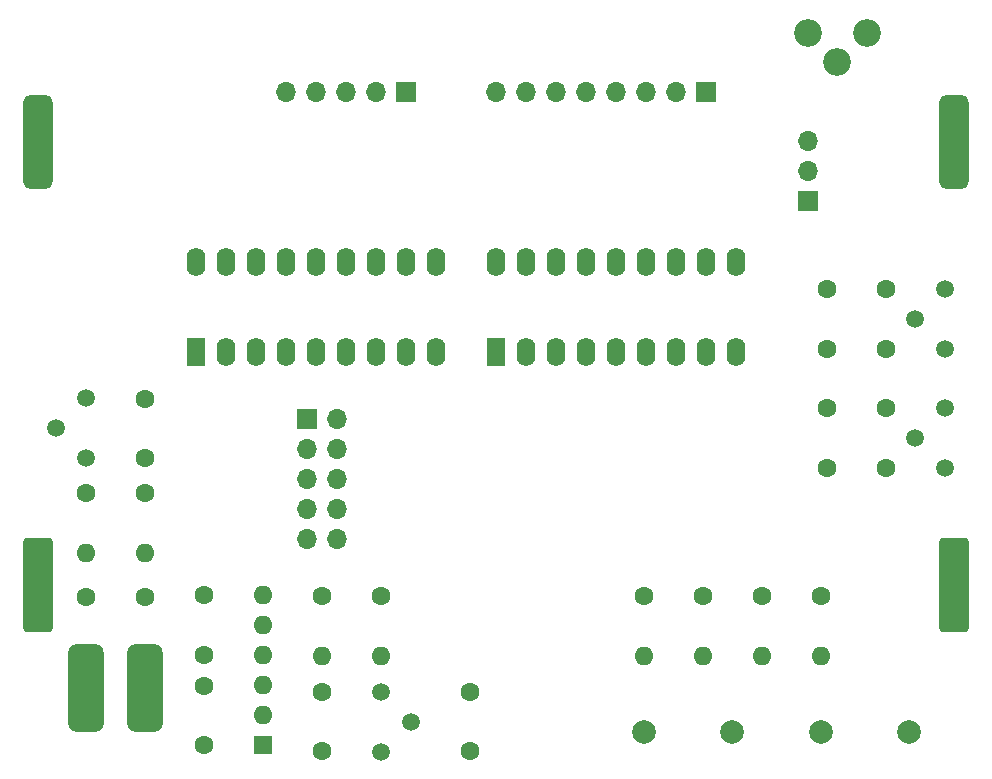
<source format=gbs>
G04 #@! TF.GenerationSoftware,KiCad,Pcbnew,(6.0.10)*
G04 #@! TF.CreationDate,2023-06-17T10:05:04+02:00*
G04 #@! TF.ProjectId,Zaehler-Modul,5a616568-6c65-4722-9d4d-6f64756c2e6b,rev?*
G04 #@! TF.SameCoordinates,Original*
G04 #@! TF.FileFunction,Soldermask,Bot*
G04 #@! TF.FilePolarity,Negative*
%FSLAX46Y46*%
G04 Gerber Fmt 4.6, Leading zero omitted, Abs format (unit mm)*
G04 Created by KiCad (PCBNEW (6.0.10)) date 2023-06-17 10:05:04*
%MOMM*%
%LPD*%
G01*
G04 APERTURE LIST*
G04 Aperture macros list*
%AMRoundRect*
0 Rectangle with rounded corners*
0 $1 Rounding radius*
0 $2 $3 $4 $5 $6 $7 $8 $9 X,Y pos of 4 corners*
0 Add a 4 corners polygon primitive as box body*
4,1,4,$2,$3,$4,$5,$6,$7,$8,$9,$2,$3,0*
0 Add four circle primitives for the rounded corners*
1,1,$1+$1,$2,$3*
1,1,$1+$1,$4,$5*
1,1,$1+$1,$6,$7*
1,1,$1+$1,$8,$9*
0 Add four rect primitives between the rounded corners*
20,1,$1+$1,$2,$3,$4,$5,0*
20,1,$1+$1,$4,$5,$6,$7,0*
20,1,$1+$1,$6,$7,$8,$9,0*
20,1,$1+$1,$8,$9,$2,$3,0*%
G04 Aperture macros list end*
%ADD10RoundRect,0.312500X0.937500X-3.687500X0.937500X3.687500X-0.937500X3.687500X-0.937500X-3.687500X0*%
%ADD11C,1.600000*%
%ADD12O,1.600000X1.600000*%
%ADD13C,1.500000*%
%ADD14R,1.600000X2.400000*%
%ADD15O,1.600000X2.400000*%
%ADD16R,1.700000X1.700000*%
%ADD17O,1.700000X1.700000*%
%ADD18RoundRect,0.312500X-0.937500X3.687500X-0.937500X-3.687500X0.937500X-3.687500X0.937500X3.687500X0*%
%ADD19C,2.000000*%
%ADD20C,2.340000*%
%ADD21R,1.600000X1.600000*%
%ADD22RoundRect,0.625000X0.625000X-3.375000X0.625000X3.375000X-0.625000X3.375000X-0.625000X-3.375000X0*%
%ADD23RoundRect,0.625000X-0.625000X3.375000X-0.625000X-3.375000X0.625000X-3.375000X0.625000X3.375000X0*%
%ADD24RoundRect,0.750000X0.750000X3.000000X-0.750000X3.000000X-0.750000X-3.000000X0.750000X-3.000000X0*%
G04 APERTURE END LIST*
D10*
X26250000Y-72500000D03*
D11*
X40250000Y-81100000D03*
X40250000Y-86100000D03*
X55250000Y-73410000D03*
D12*
X55250000Y-78490000D03*
D11*
X98000000Y-47420000D03*
X93000000Y-47420000D03*
D13*
X103000000Y-62580000D03*
X100460000Y-60040000D03*
X103000000Y-57500000D03*
D11*
X50250000Y-81540000D03*
X50250000Y-86540000D03*
X35250000Y-73500000D03*
X35250000Y-78500000D03*
D14*
X65000000Y-52750000D03*
D15*
X67540000Y-52750000D03*
X70080000Y-52750000D03*
X72620000Y-52750000D03*
X75160000Y-52750000D03*
X77700000Y-52750000D03*
X80240000Y-52750000D03*
X82780000Y-52750000D03*
X85320000Y-52750000D03*
X85320000Y-45130000D03*
X82780000Y-45130000D03*
X80240000Y-45130000D03*
X77700000Y-45130000D03*
X75160000Y-45130000D03*
X72620000Y-45130000D03*
X70080000Y-45130000D03*
X67540000Y-45130000D03*
X65000000Y-45130000D03*
D16*
X91390000Y-40025000D03*
D17*
X91390000Y-37485000D03*
X91390000Y-34945000D03*
D13*
X55250000Y-81540000D03*
X57790000Y-84080000D03*
X55250000Y-86620000D03*
D11*
X98000000Y-62580000D03*
X93000000Y-62580000D03*
X40250000Y-73400000D03*
X40250000Y-78400000D03*
D16*
X48975000Y-58425000D03*
D17*
X51515000Y-58425000D03*
X48975000Y-60965000D03*
X51515000Y-60965000D03*
X48975000Y-63505000D03*
X51515000Y-63505000D03*
X48975000Y-66045000D03*
X51515000Y-66045000D03*
X48975000Y-68585000D03*
X51515000Y-68585000D03*
D16*
X82780000Y-30750000D03*
D17*
X80240000Y-30750000D03*
X77700000Y-30750000D03*
X75160000Y-30750000D03*
X72620000Y-30750000D03*
X70080000Y-30750000D03*
X67540000Y-30750000D03*
X65000000Y-30750000D03*
D18*
X103750000Y-72500000D03*
D19*
X85000000Y-85000000D03*
D11*
X82500000Y-73410000D03*
D12*
X82500000Y-78490000D03*
D16*
X57380000Y-30750000D03*
D17*
X54840000Y-30750000D03*
X52300000Y-30750000D03*
X49760000Y-30750000D03*
X47220000Y-30750000D03*
D19*
X100000000Y-85000000D03*
D20*
X96390000Y-25750000D03*
X93890000Y-28250000D03*
X91390000Y-25750000D03*
D14*
X39600000Y-52750000D03*
D15*
X42140000Y-52750000D03*
X44680000Y-52750000D03*
X47220000Y-52750000D03*
X49760000Y-52750000D03*
X52300000Y-52750000D03*
X54840000Y-52750000D03*
X57380000Y-52750000D03*
X59920000Y-52750000D03*
X59920000Y-45130000D03*
X57380000Y-45130000D03*
X54840000Y-45130000D03*
X52300000Y-45130000D03*
X49760000Y-45130000D03*
X47220000Y-45130000D03*
X44680000Y-45130000D03*
X42140000Y-45130000D03*
X39600000Y-45130000D03*
D11*
X98000000Y-57500000D03*
X93000000Y-57500000D03*
X87500000Y-73410000D03*
D12*
X87500000Y-78490000D03*
D11*
X35250000Y-56750000D03*
X35250000Y-61750000D03*
X98000000Y-52500000D03*
X93000000Y-52500000D03*
X30250000Y-73500000D03*
X30250000Y-78500000D03*
X50250000Y-73410000D03*
D12*
X50250000Y-78490000D03*
D11*
X92500000Y-73410000D03*
D12*
X92500000Y-78490000D03*
D11*
X77500000Y-73410000D03*
D12*
X77500000Y-78490000D03*
D11*
X62750000Y-81540000D03*
X62750000Y-86540000D03*
X35250000Y-64735000D03*
D12*
X35250000Y-69815000D03*
D21*
X45250000Y-86100000D03*
D12*
X45250000Y-83560000D03*
X45250000Y-81020000D03*
X45250000Y-78480000D03*
X45250000Y-75940000D03*
X45250000Y-73400000D03*
D19*
X77500000Y-85000000D03*
X92500000Y-85000000D03*
D11*
X30250000Y-64735000D03*
D12*
X30250000Y-69815000D03*
D13*
X103000000Y-52500000D03*
X100460000Y-49960000D03*
X103000000Y-47420000D03*
X30250000Y-61735000D03*
X27710000Y-59195000D03*
X30250000Y-56655000D03*
D22*
X103775000Y-35000000D03*
D23*
X26250000Y-35000000D03*
D24*
X35250000Y-81210000D03*
X30250000Y-81210000D03*
M02*

</source>
